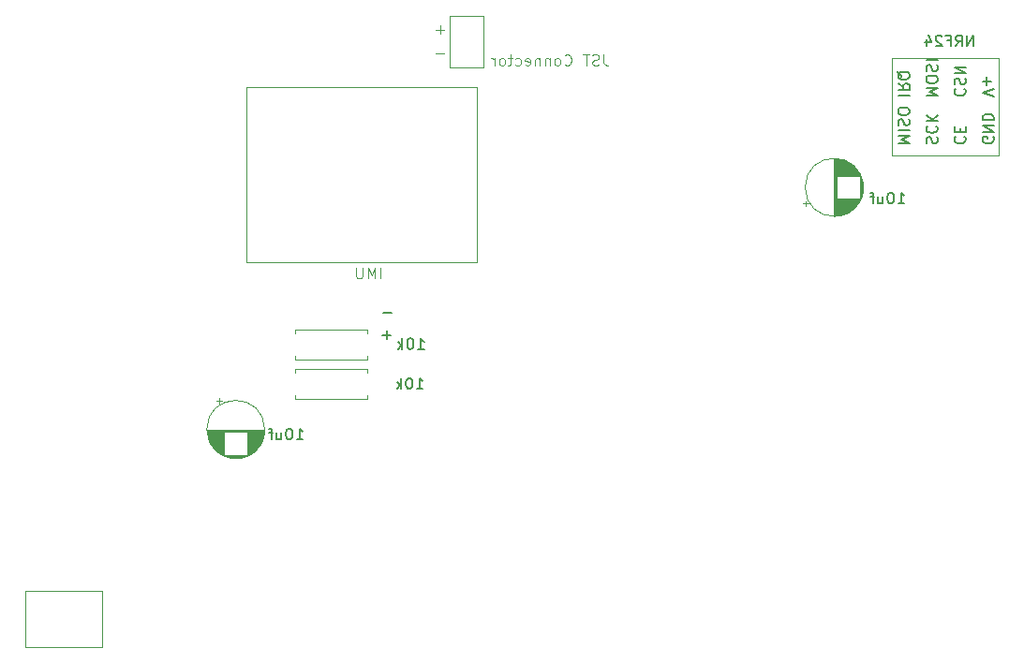
<source format=gbr>
%TF.GenerationSoftware,KiCad,Pcbnew,8.0.6*%
%TF.CreationDate,2024-11-18T15:04:43+07:00*%
%TF.ProjectId,RC-Transmitter,52432d54-7261-46e7-936d-69747465722e,V1.02*%
%TF.SameCoordinates,Original*%
%TF.FileFunction,Legend,Bot*%
%TF.FilePolarity,Positive*%
%FSLAX46Y46*%
G04 Gerber Fmt 4.6, Leading zero omitted, Abs format (unit mm)*
G04 Created by KiCad (PCBNEW 8.0.6) date 2024-11-18 15:04:43*
%MOMM*%
%LPD*%
G01*
G04 APERTURE LIST*
%ADD10C,0.150000*%
%ADD11C,0.100000*%
%ADD12C,0.120000*%
G04 APERTURE END LIST*
D10*
X142822524Y-113439890D02*
X143584429Y-113439890D01*
X143203476Y-113820843D02*
X143203476Y-113058938D01*
X142840078Y-111438816D02*
X143601983Y-111438816D01*
X135040571Y-122882819D02*
X135611999Y-122882819D01*
X135326285Y-122882819D02*
X135326285Y-121882819D01*
X135326285Y-121882819D02*
X135421523Y-122025676D01*
X135421523Y-122025676D02*
X135516761Y-122120914D01*
X135516761Y-122120914D02*
X135611999Y-122168533D01*
X134421523Y-121882819D02*
X134326285Y-121882819D01*
X134326285Y-121882819D02*
X134231047Y-121930438D01*
X134231047Y-121930438D02*
X134183428Y-121978057D01*
X134183428Y-121978057D02*
X134135809Y-122073295D01*
X134135809Y-122073295D02*
X134088190Y-122263771D01*
X134088190Y-122263771D02*
X134088190Y-122501866D01*
X134088190Y-122501866D02*
X134135809Y-122692342D01*
X134135809Y-122692342D02*
X134183428Y-122787580D01*
X134183428Y-122787580D02*
X134231047Y-122835200D01*
X134231047Y-122835200D02*
X134326285Y-122882819D01*
X134326285Y-122882819D02*
X134421523Y-122882819D01*
X134421523Y-122882819D02*
X134516761Y-122835200D01*
X134516761Y-122835200D02*
X134564380Y-122787580D01*
X134564380Y-122787580D02*
X134611999Y-122692342D01*
X134611999Y-122692342D02*
X134659618Y-122501866D01*
X134659618Y-122501866D02*
X134659618Y-122263771D01*
X134659618Y-122263771D02*
X134611999Y-122073295D01*
X134611999Y-122073295D02*
X134564380Y-121978057D01*
X134564380Y-121978057D02*
X134516761Y-121930438D01*
X134516761Y-121930438D02*
X134421523Y-121882819D01*
X133231047Y-122216152D02*
X133231047Y-122882819D01*
X133659618Y-122216152D02*
X133659618Y-122739961D01*
X133659618Y-122739961D02*
X133611999Y-122835200D01*
X133611999Y-122835200D02*
X133516761Y-122882819D01*
X133516761Y-122882819D02*
X133373904Y-122882819D01*
X133373904Y-122882819D02*
X133278666Y-122835200D01*
X133278666Y-122835200D02*
X133231047Y-122787580D01*
X132897713Y-122216152D02*
X132516761Y-122216152D01*
X132754856Y-122882819D02*
X132754856Y-122025676D01*
X132754856Y-122025676D02*
X132707237Y-121930438D01*
X132707237Y-121930438D02*
X132611999Y-121882819D01*
X132611999Y-121882819D02*
X132516761Y-121882819D01*
D11*
X162776460Y-88057409D02*
X162776460Y-88771694D01*
X162776460Y-88771694D02*
X162824079Y-88914551D01*
X162824079Y-88914551D02*
X162919317Y-89009790D01*
X162919317Y-89009790D02*
X163062174Y-89057409D01*
X163062174Y-89057409D02*
X163157412Y-89057409D01*
X162347888Y-89009790D02*
X162205031Y-89057409D01*
X162205031Y-89057409D02*
X161966936Y-89057409D01*
X161966936Y-89057409D02*
X161871698Y-89009790D01*
X161871698Y-89009790D02*
X161824079Y-88962170D01*
X161824079Y-88962170D02*
X161776460Y-88866932D01*
X161776460Y-88866932D02*
X161776460Y-88771694D01*
X161776460Y-88771694D02*
X161824079Y-88676456D01*
X161824079Y-88676456D02*
X161871698Y-88628837D01*
X161871698Y-88628837D02*
X161966936Y-88581218D01*
X161966936Y-88581218D02*
X162157412Y-88533599D01*
X162157412Y-88533599D02*
X162252650Y-88485980D01*
X162252650Y-88485980D02*
X162300269Y-88438361D01*
X162300269Y-88438361D02*
X162347888Y-88343123D01*
X162347888Y-88343123D02*
X162347888Y-88247885D01*
X162347888Y-88247885D02*
X162300269Y-88152647D01*
X162300269Y-88152647D02*
X162252650Y-88105028D01*
X162252650Y-88105028D02*
X162157412Y-88057409D01*
X162157412Y-88057409D02*
X161919317Y-88057409D01*
X161919317Y-88057409D02*
X161776460Y-88105028D01*
X161490745Y-88057409D02*
X160919317Y-88057409D01*
X161205031Y-89057409D02*
X161205031Y-88057409D01*
X159252650Y-88962170D02*
X159300269Y-89009790D01*
X159300269Y-89009790D02*
X159443126Y-89057409D01*
X159443126Y-89057409D02*
X159538364Y-89057409D01*
X159538364Y-89057409D02*
X159681221Y-89009790D01*
X159681221Y-89009790D02*
X159776459Y-88914551D01*
X159776459Y-88914551D02*
X159824078Y-88819313D01*
X159824078Y-88819313D02*
X159871697Y-88628837D01*
X159871697Y-88628837D02*
X159871697Y-88485980D01*
X159871697Y-88485980D02*
X159824078Y-88295504D01*
X159824078Y-88295504D02*
X159776459Y-88200266D01*
X159776459Y-88200266D02*
X159681221Y-88105028D01*
X159681221Y-88105028D02*
X159538364Y-88057409D01*
X159538364Y-88057409D02*
X159443126Y-88057409D01*
X159443126Y-88057409D02*
X159300269Y-88105028D01*
X159300269Y-88105028D02*
X159252650Y-88152647D01*
X158681221Y-89057409D02*
X158776459Y-89009790D01*
X158776459Y-89009790D02*
X158824078Y-88962170D01*
X158824078Y-88962170D02*
X158871697Y-88866932D01*
X158871697Y-88866932D02*
X158871697Y-88581218D01*
X158871697Y-88581218D02*
X158824078Y-88485980D01*
X158824078Y-88485980D02*
X158776459Y-88438361D01*
X158776459Y-88438361D02*
X158681221Y-88390742D01*
X158681221Y-88390742D02*
X158538364Y-88390742D01*
X158538364Y-88390742D02*
X158443126Y-88438361D01*
X158443126Y-88438361D02*
X158395507Y-88485980D01*
X158395507Y-88485980D02*
X158347888Y-88581218D01*
X158347888Y-88581218D02*
X158347888Y-88866932D01*
X158347888Y-88866932D02*
X158395507Y-88962170D01*
X158395507Y-88962170D02*
X158443126Y-89009790D01*
X158443126Y-89009790D02*
X158538364Y-89057409D01*
X158538364Y-89057409D02*
X158681221Y-89057409D01*
X157919316Y-88390742D02*
X157919316Y-89057409D01*
X157919316Y-88485980D02*
X157871697Y-88438361D01*
X157871697Y-88438361D02*
X157776459Y-88390742D01*
X157776459Y-88390742D02*
X157633602Y-88390742D01*
X157633602Y-88390742D02*
X157538364Y-88438361D01*
X157538364Y-88438361D02*
X157490745Y-88533599D01*
X157490745Y-88533599D02*
X157490745Y-89057409D01*
X157014554Y-88390742D02*
X157014554Y-89057409D01*
X157014554Y-88485980D02*
X156966935Y-88438361D01*
X156966935Y-88438361D02*
X156871697Y-88390742D01*
X156871697Y-88390742D02*
X156728840Y-88390742D01*
X156728840Y-88390742D02*
X156633602Y-88438361D01*
X156633602Y-88438361D02*
X156585983Y-88533599D01*
X156585983Y-88533599D02*
X156585983Y-89057409D01*
X155728840Y-89009790D02*
X155824078Y-89057409D01*
X155824078Y-89057409D02*
X156014554Y-89057409D01*
X156014554Y-89057409D02*
X156109792Y-89009790D01*
X156109792Y-89009790D02*
X156157411Y-88914551D01*
X156157411Y-88914551D02*
X156157411Y-88533599D01*
X156157411Y-88533599D02*
X156109792Y-88438361D01*
X156109792Y-88438361D02*
X156014554Y-88390742D01*
X156014554Y-88390742D02*
X155824078Y-88390742D01*
X155824078Y-88390742D02*
X155728840Y-88438361D01*
X155728840Y-88438361D02*
X155681221Y-88533599D01*
X155681221Y-88533599D02*
X155681221Y-88628837D01*
X155681221Y-88628837D02*
X156157411Y-88724075D01*
X154824078Y-89009790D02*
X154919316Y-89057409D01*
X154919316Y-89057409D02*
X155109792Y-89057409D01*
X155109792Y-89057409D02*
X155205030Y-89009790D01*
X155205030Y-89009790D02*
X155252649Y-88962170D01*
X155252649Y-88962170D02*
X155300268Y-88866932D01*
X155300268Y-88866932D02*
X155300268Y-88581218D01*
X155300268Y-88581218D02*
X155252649Y-88485980D01*
X155252649Y-88485980D02*
X155205030Y-88438361D01*
X155205030Y-88438361D02*
X155109792Y-88390742D01*
X155109792Y-88390742D02*
X154919316Y-88390742D01*
X154919316Y-88390742D02*
X154824078Y-88438361D01*
X154538363Y-88390742D02*
X154157411Y-88390742D01*
X154395506Y-88057409D02*
X154395506Y-88914551D01*
X154395506Y-88914551D02*
X154347887Y-89009790D01*
X154347887Y-89009790D02*
X154252649Y-89057409D01*
X154252649Y-89057409D02*
X154157411Y-89057409D01*
X153681220Y-89057409D02*
X153776458Y-89009790D01*
X153776458Y-89009790D02*
X153824077Y-88962170D01*
X153824077Y-88962170D02*
X153871696Y-88866932D01*
X153871696Y-88866932D02*
X153871696Y-88581218D01*
X153871696Y-88581218D02*
X153824077Y-88485980D01*
X153824077Y-88485980D02*
X153776458Y-88438361D01*
X153776458Y-88438361D02*
X153681220Y-88390742D01*
X153681220Y-88390742D02*
X153538363Y-88390742D01*
X153538363Y-88390742D02*
X153443125Y-88438361D01*
X153443125Y-88438361D02*
X153395506Y-88485980D01*
X153395506Y-88485980D02*
X153347887Y-88581218D01*
X153347887Y-88581218D02*
X153347887Y-88866932D01*
X153347887Y-88866932D02*
X153395506Y-88962170D01*
X153395506Y-88962170D02*
X153443125Y-89009790D01*
X153443125Y-89009790D02*
X153538363Y-89057409D01*
X153538363Y-89057409D02*
X153681220Y-89057409D01*
X152919315Y-89057409D02*
X152919315Y-88390742D01*
X152919315Y-88581218D02*
X152871696Y-88485980D01*
X152871696Y-88485980D02*
X152824077Y-88438361D01*
X152824077Y-88438361D02*
X152728839Y-88390742D01*
X152728839Y-88390742D02*
X152633601Y-88390742D01*
X148409886Y-87926633D02*
X147647982Y-87926633D01*
X148409886Y-85820049D02*
X147647982Y-85820049D01*
X148028934Y-86201002D02*
X148028934Y-85439097D01*
X142616460Y-108326981D02*
X142616460Y-107326981D01*
X142140270Y-108326981D02*
X142140270Y-107326981D01*
X142140270Y-107326981D02*
X141806937Y-108041266D01*
X141806937Y-108041266D02*
X141473604Y-107326981D01*
X141473604Y-107326981D02*
X141473604Y-108326981D01*
X140997413Y-107326981D02*
X140997413Y-108136504D01*
X140997413Y-108136504D02*
X140949794Y-108231742D01*
X140949794Y-108231742D02*
X140902175Y-108279362D01*
X140902175Y-108279362D02*
X140806937Y-108326981D01*
X140806937Y-108326981D02*
X140616461Y-108326981D01*
X140616461Y-108326981D02*
X140521223Y-108279362D01*
X140521223Y-108279362D02*
X140473604Y-108231742D01*
X140473604Y-108231742D02*
X140425985Y-108136504D01*
X140425985Y-108136504D02*
X140425985Y-107326981D01*
D10*
X145883238Y-118310819D02*
X146454666Y-118310819D01*
X146168952Y-118310819D02*
X146168952Y-117310819D01*
X146168952Y-117310819D02*
X146264190Y-117453676D01*
X146264190Y-117453676D02*
X146359428Y-117548914D01*
X146359428Y-117548914D02*
X146454666Y-117596533D01*
X145264190Y-117310819D02*
X145168952Y-117310819D01*
X145168952Y-117310819D02*
X145073714Y-117358438D01*
X145073714Y-117358438D02*
X145026095Y-117406057D01*
X145026095Y-117406057D02*
X144978476Y-117501295D01*
X144978476Y-117501295D02*
X144930857Y-117691771D01*
X144930857Y-117691771D02*
X144930857Y-117929866D01*
X144930857Y-117929866D02*
X144978476Y-118120342D01*
X144978476Y-118120342D02*
X145026095Y-118215580D01*
X145026095Y-118215580D02*
X145073714Y-118263200D01*
X145073714Y-118263200D02*
X145168952Y-118310819D01*
X145168952Y-118310819D02*
X145264190Y-118310819D01*
X145264190Y-118310819D02*
X145359428Y-118263200D01*
X145359428Y-118263200D02*
X145407047Y-118215580D01*
X145407047Y-118215580D02*
X145454666Y-118120342D01*
X145454666Y-118120342D02*
X145502285Y-117929866D01*
X145502285Y-117929866D02*
X145502285Y-117691771D01*
X145502285Y-117691771D02*
X145454666Y-117501295D01*
X145454666Y-117501295D02*
X145407047Y-117406057D01*
X145407047Y-117406057D02*
X145359428Y-117358438D01*
X145359428Y-117358438D02*
X145264190Y-117310819D01*
X144502285Y-118310819D02*
X144502285Y-117310819D01*
X144407047Y-117929866D02*
X144121333Y-118310819D01*
X144121333Y-117644152D02*
X144502285Y-118025104D01*
X189396571Y-101546819D02*
X189967999Y-101546819D01*
X189682285Y-101546819D02*
X189682285Y-100546819D01*
X189682285Y-100546819D02*
X189777523Y-100689676D01*
X189777523Y-100689676D02*
X189872761Y-100784914D01*
X189872761Y-100784914D02*
X189967999Y-100832533D01*
X188777523Y-100546819D02*
X188682285Y-100546819D01*
X188682285Y-100546819D02*
X188587047Y-100594438D01*
X188587047Y-100594438D02*
X188539428Y-100642057D01*
X188539428Y-100642057D02*
X188491809Y-100737295D01*
X188491809Y-100737295D02*
X188444190Y-100927771D01*
X188444190Y-100927771D02*
X188444190Y-101165866D01*
X188444190Y-101165866D02*
X188491809Y-101356342D01*
X188491809Y-101356342D02*
X188539428Y-101451580D01*
X188539428Y-101451580D02*
X188587047Y-101499200D01*
X188587047Y-101499200D02*
X188682285Y-101546819D01*
X188682285Y-101546819D02*
X188777523Y-101546819D01*
X188777523Y-101546819D02*
X188872761Y-101499200D01*
X188872761Y-101499200D02*
X188920380Y-101451580D01*
X188920380Y-101451580D02*
X188967999Y-101356342D01*
X188967999Y-101356342D02*
X189015618Y-101165866D01*
X189015618Y-101165866D02*
X189015618Y-100927771D01*
X189015618Y-100927771D02*
X188967999Y-100737295D01*
X188967999Y-100737295D02*
X188920380Y-100642057D01*
X188920380Y-100642057D02*
X188872761Y-100594438D01*
X188872761Y-100594438D02*
X188777523Y-100546819D01*
X187587047Y-100880152D02*
X187587047Y-101546819D01*
X188015618Y-100880152D02*
X188015618Y-101403961D01*
X188015618Y-101403961D02*
X187967999Y-101499200D01*
X187967999Y-101499200D02*
X187872761Y-101546819D01*
X187872761Y-101546819D02*
X187729904Y-101546819D01*
X187729904Y-101546819D02*
X187634666Y-101499200D01*
X187634666Y-101499200D02*
X187587047Y-101451580D01*
X187253713Y-100880152D02*
X186872761Y-100880152D01*
X187110856Y-101546819D02*
X187110856Y-100689676D01*
X187110856Y-100689676D02*
X187063237Y-100594438D01*
X187063237Y-100594438D02*
X186967999Y-100546819D01*
X186967999Y-100546819D02*
X186872761Y-100546819D01*
X196222666Y-87322819D02*
X196222666Y-86322819D01*
X196222666Y-86322819D02*
X195651238Y-87322819D01*
X195651238Y-87322819D02*
X195651238Y-86322819D01*
X194603619Y-87322819D02*
X194936952Y-86846628D01*
X195175047Y-87322819D02*
X195175047Y-86322819D01*
X195175047Y-86322819D02*
X194794095Y-86322819D01*
X194794095Y-86322819D02*
X194698857Y-86370438D01*
X194698857Y-86370438D02*
X194651238Y-86418057D01*
X194651238Y-86418057D02*
X194603619Y-86513295D01*
X194603619Y-86513295D02*
X194603619Y-86656152D01*
X194603619Y-86656152D02*
X194651238Y-86751390D01*
X194651238Y-86751390D02*
X194698857Y-86799009D01*
X194698857Y-86799009D02*
X194794095Y-86846628D01*
X194794095Y-86846628D02*
X195175047Y-86846628D01*
X193841714Y-86799009D02*
X194175047Y-86799009D01*
X194175047Y-87322819D02*
X194175047Y-86322819D01*
X194175047Y-86322819D02*
X193698857Y-86322819D01*
X193365523Y-86418057D02*
X193317904Y-86370438D01*
X193317904Y-86370438D02*
X193222666Y-86322819D01*
X193222666Y-86322819D02*
X192984571Y-86322819D01*
X192984571Y-86322819D02*
X192889333Y-86370438D01*
X192889333Y-86370438D02*
X192841714Y-86418057D01*
X192841714Y-86418057D02*
X192794095Y-86513295D01*
X192794095Y-86513295D02*
X192794095Y-86608533D01*
X192794095Y-86608533D02*
X192841714Y-86751390D01*
X192841714Y-86751390D02*
X193413142Y-87322819D01*
X193413142Y-87322819D02*
X192794095Y-87322819D01*
X191936952Y-86656152D02*
X191936952Y-87322819D01*
X192175047Y-86275200D02*
X192413142Y-86989485D01*
X192413142Y-86989485D02*
X191794095Y-86989485D01*
X191997800Y-96103839D02*
X191950180Y-95960982D01*
X191950180Y-95960982D02*
X191950180Y-95722887D01*
X191950180Y-95722887D02*
X191997800Y-95627649D01*
X191997800Y-95627649D02*
X192045419Y-95580030D01*
X192045419Y-95580030D02*
X192140657Y-95532411D01*
X192140657Y-95532411D02*
X192235895Y-95532411D01*
X192235895Y-95532411D02*
X192331133Y-95580030D01*
X192331133Y-95580030D02*
X192378752Y-95627649D01*
X192378752Y-95627649D02*
X192426371Y-95722887D01*
X192426371Y-95722887D02*
X192473990Y-95913363D01*
X192473990Y-95913363D02*
X192521609Y-96008601D01*
X192521609Y-96008601D02*
X192569228Y-96056220D01*
X192569228Y-96056220D02*
X192664466Y-96103839D01*
X192664466Y-96103839D02*
X192759704Y-96103839D01*
X192759704Y-96103839D02*
X192854942Y-96056220D01*
X192854942Y-96056220D02*
X192902561Y-96008601D01*
X192902561Y-96008601D02*
X192950180Y-95913363D01*
X192950180Y-95913363D02*
X192950180Y-95675268D01*
X192950180Y-95675268D02*
X192902561Y-95532411D01*
X192045419Y-94532411D02*
X191997800Y-94580030D01*
X191997800Y-94580030D02*
X191950180Y-94722887D01*
X191950180Y-94722887D02*
X191950180Y-94818125D01*
X191950180Y-94818125D02*
X191997800Y-94960982D01*
X191997800Y-94960982D02*
X192093038Y-95056220D01*
X192093038Y-95056220D02*
X192188276Y-95103839D01*
X192188276Y-95103839D02*
X192378752Y-95151458D01*
X192378752Y-95151458D02*
X192521609Y-95151458D01*
X192521609Y-95151458D02*
X192712085Y-95103839D01*
X192712085Y-95103839D02*
X192807323Y-95056220D01*
X192807323Y-95056220D02*
X192902561Y-94960982D01*
X192902561Y-94960982D02*
X192950180Y-94818125D01*
X192950180Y-94818125D02*
X192950180Y-94722887D01*
X192950180Y-94722887D02*
X192902561Y-94580030D01*
X192902561Y-94580030D02*
X192854942Y-94532411D01*
X191950180Y-94103839D02*
X192950180Y-94103839D01*
X191950180Y-93532411D02*
X192521609Y-93960982D01*
X192950180Y-93532411D02*
X192378752Y-94103839D01*
X194585419Y-91166792D02*
X194537800Y-91214411D01*
X194537800Y-91214411D02*
X194490180Y-91357268D01*
X194490180Y-91357268D02*
X194490180Y-91452506D01*
X194490180Y-91452506D02*
X194537800Y-91595363D01*
X194537800Y-91595363D02*
X194633038Y-91690601D01*
X194633038Y-91690601D02*
X194728276Y-91738220D01*
X194728276Y-91738220D02*
X194918752Y-91785839D01*
X194918752Y-91785839D02*
X195061609Y-91785839D01*
X195061609Y-91785839D02*
X195252085Y-91738220D01*
X195252085Y-91738220D02*
X195347323Y-91690601D01*
X195347323Y-91690601D02*
X195442561Y-91595363D01*
X195442561Y-91595363D02*
X195490180Y-91452506D01*
X195490180Y-91452506D02*
X195490180Y-91357268D01*
X195490180Y-91357268D02*
X195442561Y-91214411D01*
X195442561Y-91214411D02*
X195394942Y-91166792D01*
X194537800Y-90785839D02*
X194490180Y-90642982D01*
X194490180Y-90642982D02*
X194490180Y-90404887D01*
X194490180Y-90404887D02*
X194537800Y-90309649D01*
X194537800Y-90309649D02*
X194585419Y-90262030D01*
X194585419Y-90262030D02*
X194680657Y-90214411D01*
X194680657Y-90214411D02*
X194775895Y-90214411D01*
X194775895Y-90214411D02*
X194871133Y-90262030D01*
X194871133Y-90262030D02*
X194918752Y-90309649D01*
X194918752Y-90309649D02*
X194966371Y-90404887D01*
X194966371Y-90404887D02*
X195013990Y-90595363D01*
X195013990Y-90595363D02*
X195061609Y-90690601D01*
X195061609Y-90690601D02*
X195109228Y-90738220D01*
X195109228Y-90738220D02*
X195204466Y-90785839D01*
X195204466Y-90785839D02*
X195299704Y-90785839D01*
X195299704Y-90785839D02*
X195394942Y-90738220D01*
X195394942Y-90738220D02*
X195442561Y-90690601D01*
X195442561Y-90690601D02*
X195490180Y-90595363D01*
X195490180Y-90595363D02*
X195490180Y-90357268D01*
X195490180Y-90357268D02*
X195442561Y-90214411D01*
X194490180Y-89785839D02*
X195490180Y-89785839D01*
X195490180Y-89785839D02*
X194490180Y-89214411D01*
X194490180Y-89214411D02*
X195490180Y-89214411D01*
X191950180Y-91738220D02*
X192950180Y-91738220D01*
X192950180Y-91738220D02*
X192235895Y-91404887D01*
X192235895Y-91404887D02*
X192950180Y-91071554D01*
X192950180Y-91071554D02*
X191950180Y-91071554D01*
X192950180Y-90404887D02*
X192950180Y-90214411D01*
X192950180Y-90214411D02*
X192902561Y-90119173D01*
X192902561Y-90119173D02*
X192807323Y-90023935D01*
X192807323Y-90023935D02*
X192616847Y-89976316D01*
X192616847Y-89976316D02*
X192283514Y-89976316D01*
X192283514Y-89976316D02*
X192093038Y-90023935D01*
X192093038Y-90023935D02*
X191997800Y-90119173D01*
X191997800Y-90119173D02*
X191950180Y-90214411D01*
X191950180Y-90214411D02*
X191950180Y-90404887D01*
X191950180Y-90404887D02*
X191997800Y-90500125D01*
X191997800Y-90500125D02*
X192093038Y-90595363D01*
X192093038Y-90595363D02*
X192283514Y-90642982D01*
X192283514Y-90642982D02*
X192616847Y-90642982D01*
X192616847Y-90642982D02*
X192807323Y-90595363D01*
X192807323Y-90595363D02*
X192902561Y-90500125D01*
X192902561Y-90500125D02*
X192950180Y-90404887D01*
X191997800Y-89595363D02*
X191950180Y-89452506D01*
X191950180Y-89452506D02*
X191950180Y-89214411D01*
X191950180Y-89214411D02*
X191997800Y-89119173D01*
X191997800Y-89119173D02*
X192045419Y-89071554D01*
X192045419Y-89071554D02*
X192140657Y-89023935D01*
X192140657Y-89023935D02*
X192235895Y-89023935D01*
X192235895Y-89023935D02*
X192331133Y-89071554D01*
X192331133Y-89071554D02*
X192378752Y-89119173D01*
X192378752Y-89119173D02*
X192426371Y-89214411D01*
X192426371Y-89214411D02*
X192473990Y-89404887D01*
X192473990Y-89404887D02*
X192521609Y-89500125D01*
X192521609Y-89500125D02*
X192569228Y-89547744D01*
X192569228Y-89547744D02*
X192664466Y-89595363D01*
X192664466Y-89595363D02*
X192759704Y-89595363D01*
X192759704Y-89595363D02*
X192854942Y-89547744D01*
X192854942Y-89547744D02*
X192902561Y-89500125D01*
X192902561Y-89500125D02*
X192950180Y-89404887D01*
X192950180Y-89404887D02*
X192950180Y-89166792D01*
X192950180Y-89166792D02*
X192902561Y-89023935D01*
X191950180Y-88595363D02*
X192950180Y-88595363D01*
X197982561Y-95532411D02*
X198030180Y-95627649D01*
X198030180Y-95627649D02*
X198030180Y-95770506D01*
X198030180Y-95770506D02*
X197982561Y-95913363D01*
X197982561Y-95913363D02*
X197887323Y-96008601D01*
X197887323Y-96008601D02*
X197792085Y-96056220D01*
X197792085Y-96056220D02*
X197601609Y-96103839D01*
X197601609Y-96103839D02*
X197458752Y-96103839D01*
X197458752Y-96103839D02*
X197268276Y-96056220D01*
X197268276Y-96056220D02*
X197173038Y-96008601D01*
X197173038Y-96008601D02*
X197077800Y-95913363D01*
X197077800Y-95913363D02*
X197030180Y-95770506D01*
X197030180Y-95770506D02*
X197030180Y-95675268D01*
X197030180Y-95675268D02*
X197077800Y-95532411D01*
X197077800Y-95532411D02*
X197125419Y-95484792D01*
X197125419Y-95484792D02*
X197458752Y-95484792D01*
X197458752Y-95484792D02*
X197458752Y-95675268D01*
X197030180Y-95056220D02*
X198030180Y-95056220D01*
X198030180Y-95056220D02*
X197030180Y-94484792D01*
X197030180Y-94484792D02*
X198030180Y-94484792D01*
X197030180Y-94008601D02*
X198030180Y-94008601D01*
X198030180Y-94008601D02*
X198030180Y-93770506D01*
X198030180Y-93770506D02*
X197982561Y-93627649D01*
X197982561Y-93627649D02*
X197887323Y-93532411D01*
X197887323Y-93532411D02*
X197792085Y-93484792D01*
X197792085Y-93484792D02*
X197601609Y-93437173D01*
X197601609Y-93437173D02*
X197458752Y-93437173D01*
X197458752Y-93437173D02*
X197268276Y-93484792D01*
X197268276Y-93484792D02*
X197173038Y-93532411D01*
X197173038Y-93532411D02*
X197077800Y-93627649D01*
X197077800Y-93627649D02*
X197030180Y-93770506D01*
X197030180Y-93770506D02*
X197030180Y-94008601D01*
X194585419Y-95484792D02*
X194537800Y-95532411D01*
X194537800Y-95532411D02*
X194490180Y-95675268D01*
X194490180Y-95675268D02*
X194490180Y-95770506D01*
X194490180Y-95770506D02*
X194537800Y-95913363D01*
X194537800Y-95913363D02*
X194633038Y-96008601D01*
X194633038Y-96008601D02*
X194728276Y-96056220D01*
X194728276Y-96056220D02*
X194918752Y-96103839D01*
X194918752Y-96103839D02*
X195061609Y-96103839D01*
X195061609Y-96103839D02*
X195252085Y-96056220D01*
X195252085Y-96056220D02*
X195347323Y-96008601D01*
X195347323Y-96008601D02*
X195442561Y-95913363D01*
X195442561Y-95913363D02*
X195490180Y-95770506D01*
X195490180Y-95770506D02*
X195490180Y-95675268D01*
X195490180Y-95675268D02*
X195442561Y-95532411D01*
X195442561Y-95532411D02*
X195394942Y-95484792D01*
X195013990Y-95056220D02*
X195013990Y-94722887D01*
X194490180Y-94580030D02*
X194490180Y-95056220D01*
X194490180Y-95056220D02*
X195490180Y-95056220D01*
X195490180Y-95056220D02*
X195490180Y-94580030D01*
X198030180Y-91881077D02*
X197030180Y-91547744D01*
X197030180Y-91547744D02*
X198030180Y-91214411D01*
X197411133Y-90881077D02*
X197411133Y-90119173D01*
X197030180Y-90500125D02*
X197792085Y-90500125D01*
X189410180Y-96056220D02*
X190410180Y-96056220D01*
X190410180Y-96056220D02*
X189695895Y-95722887D01*
X189695895Y-95722887D02*
X190410180Y-95389554D01*
X190410180Y-95389554D02*
X189410180Y-95389554D01*
X189410180Y-94913363D02*
X190410180Y-94913363D01*
X189457800Y-94484792D02*
X189410180Y-94341935D01*
X189410180Y-94341935D02*
X189410180Y-94103840D01*
X189410180Y-94103840D02*
X189457800Y-94008602D01*
X189457800Y-94008602D02*
X189505419Y-93960983D01*
X189505419Y-93960983D02*
X189600657Y-93913364D01*
X189600657Y-93913364D02*
X189695895Y-93913364D01*
X189695895Y-93913364D02*
X189791133Y-93960983D01*
X189791133Y-93960983D02*
X189838752Y-94008602D01*
X189838752Y-94008602D02*
X189886371Y-94103840D01*
X189886371Y-94103840D02*
X189933990Y-94294316D01*
X189933990Y-94294316D02*
X189981609Y-94389554D01*
X189981609Y-94389554D02*
X190029228Y-94437173D01*
X190029228Y-94437173D02*
X190124466Y-94484792D01*
X190124466Y-94484792D02*
X190219704Y-94484792D01*
X190219704Y-94484792D02*
X190314942Y-94437173D01*
X190314942Y-94437173D02*
X190362561Y-94389554D01*
X190362561Y-94389554D02*
X190410180Y-94294316D01*
X190410180Y-94294316D02*
X190410180Y-94056221D01*
X190410180Y-94056221D02*
X190362561Y-93913364D01*
X190410180Y-93294316D02*
X190410180Y-93103840D01*
X190410180Y-93103840D02*
X190362561Y-93008602D01*
X190362561Y-93008602D02*
X190267323Y-92913364D01*
X190267323Y-92913364D02*
X190076847Y-92865745D01*
X190076847Y-92865745D02*
X189743514Y-92865745D01*
X189743514Y-92865745D02*
X189553038Y-92913364D01*
X189553038Y-92913364D02*
X189457800Y-93008602D01*
X189457800Y-93008602D02*
X189410180Y-93103840D01*
X189410180Y-93103840D02*
X189410180Y-93294316D01*
X189410180Y-93294316D02*
X189457800Y-93389554D01*
X189457800Y-93389554D02*
X189553038Y-93484792D01*
X189553038Y-93484792D02*
X189743514Y-93532411D01*
X189743514Y-93532411D02*
X190076847Y-93532411D01*
X190076847Y-93532411D02*
X190267323Y-93484792D01*
X190267323Y-93484792D02*
X190362561Y-93389554D01*
X190362561Y-93389554D02*
X190410180Y-93294316D01*
X189410180Y-91738220D02*
X190410180Y-91738220D01*
X189410180Y-90690602D02*
X189886371Y-91023935D01*
X189410180Y-91262030D02*
X190410180Y-91262030D01*
X190410180Y-91262030D02*
X190410180Y-90881078D01*
X190410180Y-90881078D02*
X190362561Y-90785840D01*
X190362561Y-90785840D02*
X190314942Y-90738221D01*
X190314942Y-90738221D02*
X190219704Y-90690602D01*
X190219704Y-90690602D02*
X190076847Y-90690602D01*
X190076847Y-90690602D02*
X189981609Y-90738221D01*
X189981609Y-90738221D02*
X189933990Y-90785840D01*
X189933990Y-90785840D02*
X189886371Y-90881078D01*
X189886371Y-90881078D02*
X189886371Y-91262030D01*
X189314942Y-89595364D02*
X189362561Y-89690602D01*
X189362561Y-89690602D02*
X189457800Y-89785840D01*
X189457800Y-89785840D02*
X189600657Y-89928697D01*
X189600657Y-89928697D02*
X189648276Y-90023935D01*
X189648276Y-90023935D02*
X189648276Y-90119173D01*
X189410180Y-90071554D02*
X189457800Y-90166792D01*
X189457800Y-90166792D02*
X189553038Y-90262030D01*
X189553038Y-90262030D02*
X189743514Y-90309649D01*
X189743514Y-90309649D02*
X190076847Y-90309649D01*
X190076847Y-90309649D02*
X190267323Y-90262030D01*
X190267323Y-90262030D02*
X190362561Y-90166792D01*
X190362561Y-90166792D02*
X190410180Y-90071554D01*
X190410180Y-90071554D02*
X190410180Y-89881078D01*
X190410180Y-89881078D02*
X190362561Y-89785840D01*
X190362561Y-89785840D02*
X190267323Y-89690602D01*
X190267323Y-89690602D02*
X190076847Y-89642983D01*
X190076847Y-89642983D02*
X189743514Y-89642983D01*
X189743514Y-89642983D02*
X189553038Y-89690602D01*
X189553038Y-89690602D02*
X189457800Y-89785840D01*
X189457800Y-89785840D02*
X189410180Y-89881078D01*
X189410180Y-89881078D02*
X189410180Y-90071554D01*
X145979134Y-114724316D02*
X146550562Y-114724316D01*
X146264848Y-114724316D02*
X146264848Y-113724316D01*
X146264848Y-113724316D02*
X146360086Y-113867173D01*
X146360086Y-113867173D02*
X146455324Y-113962411D01*
X146455324Y-113962411D02*
X146550562Y-114010030D01*
X145360086Y-113724316D02*
X145264848Y-113724316D01*
X145264848Y-113724316D02*
X145169610Y-113771935D01*
X145169610Y-113771935D02*
X145121991Y-113819554D01*
X145121991Y-113819554D02*
X145074372Y-113914792D01*
X145074372Y-113914792D02*
X145026753Y-114105268D01*
X145026753Y-114105268D02*
X145026753Y-114343363D01*
X145026753Y-114343363D02*
X145074372Y-114533839D01*
X145074372Y-114533839D02*
X145121991Y-114629077D01*
X145121991Y-114629077D02*
X145169610Y-114676697D01*
X145169610Y-114676697D02*
X145264848Y-114724316D01*
X145264848Y-114724316D02*
X145360086Y-114724316D01*
X145360086Y-114724316D02*
X145455324Y-114676697D01*
X145455324Y-114676697D02*
X145502943Y-114629077D01*
X145502943Y-114629077D02*
X145550562Y-114533839D01*
X145550562Y-114533839D02*
X145598181Y-114343363D01*
X145598181Y-114343363D02*
X145598181Y-114105268D01*
X145598181Y-114105268D02*
X145550562Y-113914792D01*
X145550562Y-113914792D02*
X145502943Y-113819554D01*
X145502943Y-113819554D02*
X145455324Y-113771935D01*
X145455324Y-113771935D02*
X145360086Y-113724316D01*
X144598181Y-114724316D02*
X144598181Y-113724316D01*
X144502943Y-114343363D02*
X144217229Y-114724316D01*
X144217229Y-114057649D02*
X144598181Y-114438601D01*
D12*
%TO.C,C2*%
X126960000Y-121964888D02*
X132120000Y-121964888D01*
X126960000Y-122004888D02*
X132120000Y-122004888D01*
X126961000Y-122044888D02*
X132119000Y-122044888D01*
X126962000Y-122084888D02*
X132118000Y-122084888D01*
X126964000Y-122124888D02*
X132116000Y-122124888D01*
X126967000Y-122164888D02*
X132113000Y-122164888D01*
X126971000Y-122204888D02*
X128500000Y-122204888D01*
X126975000Y-122244888D02*
X128500000Y-122244888D01*
X126979000Y-122284888D02*
X128500000Y-122284888D01*
X126984000Y-122324888D02*
X128500000Y-122324888D01*
X126990000Y-122364888D02*
X128500000Y-122364888D01*
X126997000Y-122404888D02*
X128500000Y-122404888D01*
X127004000Y-122444888D02*
X128500000Y-122444888D01*
X127012000Y-122484888D02*
X128500000Y-122484888D01*
X127020000Y-122524888D02*
X128500000Y-122524888D01*
X127029000Y-122564888D02*
X128500000Y-122564888D01*
X127039000Y-122604888D02*
X128500000Y-122604888D01*
X127049000Y-122644888D02*
X128500000Y-122644888D01*
X127060000Y-122685888D02*
X128500000Y-122685888D01*
X127072000Y-122725888D02*
X128500000Y-122725888D01*
X127085000Y-122765888D02*
X128500000Y-122765888D01*
X127098000Y-122805888D02*
X128500000Y-122805888D01*
X127112000Y-122845888D02*
X128500000Y-122845888D01*
X127126000Y-122885888D02*
X128500000Y-122885888D01*
X127142000Y-122925888D02*
X128500000Y-122925888D01*
X127158000Y-122965888D02*
X128500000Y-122965888D01*
X127175000Y-123005888D02*
X128500000Y-123005888D01*
X127192000Y-123045888D02*
X128500000Y-123045888D01*
X127211000Y-123085888D02*
X128500000Y-123085888D01*
X127230000Y-123125888D02*
X128500000Y-123125888D01*
X127250000Y-123165888D02*
X128500000Y-123165888D01*
X127272000Y-123205888D02*
X128500000Y-123205888D01*
X127293000Y-123245888D02*
X128500000Y-123245888D01*
X127316000Y-123285888D02*
X128500000Y-123285888D01*
X127340000Y-123325888D02*
X128500000Y-123325888D01*
X127365000Y-123365888D02*
X128500000Y-123365888D01*
X127391000Y-123405888D02*
X128500000Y-123405888D01*
X127418000Y-123445888D02*
X128500000Y-123445888D01*
X127445000Y-123485888D02*
X128500000Y-123485888D01*
X127475000Y-123525888D02*
X128500000Y-123525888D01*
X127505000Y-123565888D02*
X128500000Y-123565888D01*
X127536000Y-123605888D02*
X128500000Y-123605888D01*
X127569000Y-123645888D02*
X128500000Y-123645888D01*
X127603000Y-123685888D02*
X128500000Y-123685888D01*
X127639000Y-123725888D02*
X128500000Y-123725888D01*
X127676000Y-123765888D02*
X128500000Y-123765888D01*
X127714000Y-123805888D02*
X128500000Y-123805888D01*
X127755000Y-123845888D02*
X128500000Y-123845888D01*
X127797000Y-123885888D02*
X128500000Y-123885888D01*
X127815000Y-119410113D02*
X128315000Y-119410113D01*
X127841000Y-123925888D02*
X128500000Y-123925888D01*
X127887000Y-123965888D02*
X128500000Y-123965888D01*
X127935000Y-124005888D02*
X128500000Y-124005888D01*
X127986000Y-124045888D02*
X128500000Y-124045888D01*
X128040000Y-124085888D02*
X128500000Y-124085888D01*
X128065000Y-119160113D02*
X128065000Y-119660113D01*
X128097000Y-124125888D02*
X128500000Y-124125888D01*
X128157000Y-124165888D02*
X128500000Y-124165888D01*
X128221000Y-124205888D02*
X128500000Y-124205888D01*
X128289000Y-124245888D02*
X128500000Y-124245888D01*
X128362000Y-124285888D02*
X130718000Y-124285888D01*
X128442000Y-124325888D02*
X130638000Y-124325888D01*
X128529000Y-124365888D02*
X130551000Y-124365888D01*
X128625000Y-124405888D02*
X130455000Y-124405888D01*
X128735000Y-124445888D02*
X130345000Y-124445888D01*
X128863000Y-124485888D02*
X130217000Y-124485888D01*
X129022000Y-124525888D02*
X130058000Y-124525888D01*
X129256000Y-124565888D02*
X129824000Y-124565888D01*
X130580000Y-122204888D02*
X132109000Y-122204888D01*
X130580000Y-122244888D02*
X132105000Y-122244888D01*
X130580000Y-122284888D02*
X132101000Y-122284888D01*
X130580000Y-122324888D02*
X132096000Y-122324888D01*
X130580000Y-122364888D02*
X132090000Y-122364888D01*
X130580000Y-122404888D02*
X132083000Y-122404888D01*
X130580000Y-122444888D02*
X132076000Y-122444888D01*
X130580000Y-122484888D02*
X132068000Y-122484888D01*
X130580000Y-122524888D02*
X132060000Y-122524888D01*
X130580000Y-122564888D02*
X132051000Y-122564888D01*
X130580000Y-122604888D02*
X132041000Y-122604888D01*
X130580000Y-122644888D02*
X132031000Y-122644888D01*
X130580000Y-122685888D02*
X132020000Y-122685888D01*
X130580000Y-122725888D02*
X132008000Y-122725888D01*
X130580000Y-122765888D02*
X131995000Y-122765888D01*
X130580000Y-122805888D02*
X131982000Y-122805888D01*
X130580000Y-122845888D02*
X131968000Y-122845888D01*
X130580000Y-122885888D02*
X131954000Y-122885888D01*
X130580000Y-122925888D02*
X131938000Y-122925888D01*
X130580000Y-122965888D02*
X131922000Y-122965888D01*
X130580000Y-123005888D02*
X131905000Y-123005888D01*
X130580000Y-123045888D02*
X131888000Y-123045888D01*
X130580000Y-123085888D02*
X131869000Y-123085888D01*
X130580000Y-123125888D02*
X131850000Y-123125888D01*
X130580000Y-123165888D02*
X131830000Y-123165888D01*
X130580000Y-123205888D02*
X131808000Y-123205888D01*
X130580000Y-123245888D02*
X131787000Y-123245888D01*
X130580000Y-123285888D02*
X131764000Y-123285888D01*
X130580000Y-123325888D02*
X131740000Y-123325888D01*
X130580000Y-123365888D02*
X131715000Y-123365888D01*
X130580000Y-123405888D02*
X131689000Y-123405888D01*
X130580000Y-123445888D02*
X131662000Y-123445888D01*
X130580000Y-123485888D02*
X131635000Y-123485888D01*
X130580000Y-123525888D02*
X131605000Y-123525888D01*
X130580000Y-123565888D02*
X131575000Y-123565888D01*
X130580000Y-123605888D02*
X131544000Y-123605888D01*
X130580000Y-123645888D02*
X131511000Y-123645888D01*
X130580000Y-123685888D02*
X131477000Y-123685888D01*
X130580000Y-123725888D02*
X131441000Y-123725888D01*
X130580000Y-123765888D02*
X131404000Y-123765888D01*
X130580000Y-123805888D02*
X131366000Y-123805888D01*
X130580000Y-123845888D02*
X131325000Y-123845888D01*
X130580000Y-123885888D02*
X131283000Y-123885888D01*
X130580000Y-123925888D02*
X131239000Y-123925888D01*
X130580000Y-123965888D02*
X131193000Y-123965888D01*
X130580000Y-124005888D02*
X131145000Y-124005888D01*
X130580000Y-124045888D02*
X131094000Y-124045888D01*
X130580000Y-124085888D02*
X131040000Y-124085888D01*
X130580000Y-124125888D02*
X130983000Y-124125888D01*
X130580000Y-124165888D02*
X130923000Y-124165888D01*
X130580000Y-124205888D02*
X130859000Y-124205888D01*
X130580000Y-124245888D02*
X130791000Y-124245888D01*
X132160000Y-121964888D02*
G75*
G02*
X126920000Y-121964888I-2620000J0D01*
G01*
X126920000Y-121964888D02*
G75*
G02*
X132160000Y-121964888I2620000J0D01*
G01*
%TO.C,JST Connector*%
D11*
X151892000Y-84582000D02*
X148911156Y-84582000D01*
X148911156Y-89237553D01*
X151892000Y-89237553D01*
X151892000Y-84582000D01*
%TO.C,IMU*%
X151313454Y-106832523D02*
X130513454Y-106832523D01*
X130513454Y-91032523D01*
X151313454Y-91032523D01*
X151313454Y-106832523D01*
D12*
%TO.C,R2*%
X134906000Y-116486000D02*
X134906000Y-116816000D01*
X134906000Y-119226000D02*
X134906000Y-118896000D01*
X141446000Y-116486000D02*
X134906000Y-116486000D01*
X141446000Y-116816000D02*
X141446000Y-116486000D01*
X141446000Y-118896000D02*
X141446000Y-119226000D01*
X141446000Y-119226000D02*
X134906000Y-119226000D01*
%TO.C,Mega Pro*%
D11*
X110490000Y-141605000D02*
X117475000Y-141605000D01*
X117475000Y-136525000D01*
X110490000Y-136525000D01*
X110490000Y-141605000D01*
D12*
%TO.C,C1*%
X180817225Y-101551000D02*
X181317225Y-101551000D01*
X181067225Y-101801000D02*
X181067225Y-101301000D01*
X183622000Y-102656000D02*
X183622000Y-97496000D01*
X183662000Y-102656000D02*
X183662000Y-97496000D01*
X183702000Y-102655000D02*
X183702000Y-97497000D01*
X183742000Y-102654000D02*
X183742000Y-97498000D01*
X183782000Y-102652000D02*
X183782000Y-97500000D01*
X183822000Y-102649000D02*
X183822000Y-97503000D01*
X183862000Y-99036000D02*
X183862000Y-97507000D01*
X183862000Y-102645000D02*
X183862000Y-101116000D01*
X183902000Y-99036000D02*
X183902000Y-97511000D01*
X183902000Y-102641000D02*
X183902000Y-101116000D01*
X183942000Y-99036000D02*
X183942000Y-97515000D01*
X183942000Y-102637000D02*
X183942000Y-101116000D01*
X183982000Y-99036000D02*
X183982000Y-97520000D01*
X183982000Y-102632000D02*
X183982000Y-101116000D01*
X184022000Y-99036000D02*
X184022000Y-97526000D01*
X184022000Y-102626000D02*
X184022000Y-101116000D01*
X184062000Y-99036000D02*
X184062000Y-97533000D01*
X184062000Y-102619000D02*
X184062000Y-101116000D01*
X184102000Y-99036000D02*
X184102000Y-97540000D01*
X184102000Y-102612000D02*
X184102000Y-101116000D01*
X184142000Y-99036000D02*
X184142000Y-97548000D01*
X184142000Y-102604000D02*
X184142000Y-101116000D01*
X184182000Y-99036000D02*
X184182000Y-97556000D01*
X184182000Y-102596000D02*
X184182000Y-101116000D01*
X184222000Y-99036000D02*
X184222000Y-97565000D01*
X184222000Y-102587000D02*
X184222000Y-101116000D01*
X184262000Y-99036000D02*
X184262000Y-97575000D01*
X184262000Y-102577000D02*
X184262000Y-101116000D01*
X184302000Y-99036000D02*
X184302000Y-97585000D01*
X184302000Y-102567000D02*
X184302000Y-101116000D01*
X184343000Y-99036000D02*
X184343000Y-97596000D01*
X184343000Y-102556000D02*
X184343000Y-101116000D01*
X184383000Y-99036000D02*
X184383000Y-97608000D01*
X184383000Y-102544000D02*
X184383000Y-101116000D01*
X184423000Y-99036000D02*
X184423000Y-97621000D01*
X184423000Y-102531000D02*
X184423000Y-101116000D01*
X184463000Y-99036000D02*
X184463000Y-97634000D01*
X184463000Y-102518000D02*
X184463000Y-101116000D01*
X184503000Y-99036000D02*
X184503000Y-97648000D01*
X184503000Y-102504000D02*
X184503000Y-101116000D01*
X184543000Y-99036000D02*
X184543000Y-97662000D01*
X184543000Y-102490000D02*
X184543000Y-101116000D01*
X184583000Y-99036000D02*
X184583000Y-97678000D01*
X184583000Y-102474000D02*
X184583000Y-101116000D01*
X184623000Y-99036000D02*
X184623000Y-97694000D01*
X184623000Y-102458000D02*
X184623000Y-101116000D01*
X184663000Y-99036000D02*
X184663000Y-97711000D01*
X184663000Y-102441000D02*
X184663000Y-101116000D01*
X184703000Y-99036000D02*
X184703000Y-97728000D01*
X184703000Y-102424000D02*
X184703000Y-101116000D01*
X184743000Y-99036000D02*
X184743000Y-97747000D01*
X184743000Y-102405000D02*
X184743000Y-101116000D01*
X184783000Y-99036000D02*
X184783000Y-97766000D01*
X184783000Y-102386000D02*
X184783000Y-101116000D01*
X184823000Y-99036000D02*
X184823000Y-97786000D01*
X184823000Y-102366000D02*
X184823000Y-101116000D01*
X184863000Y-99036000D02*
X184863000Y-97808000D01*
X184863000Y-102344000D02*
X184863000Y-101116000D01*
X184903000Y-99036000D02*
X184903000Y-97829000D01*
X184903000Y-102323000D02*
X184903000Y-101116000D01*
X184943000Y-99036000D02*
X184943000Y-97852000D01*
X184943000Y-102300000D02*
X184943000Y-101116000D01*
X184983000Y-99036000D02*
X184983000Y-97876000D01*
X184983000Y-102276000D02*
X184983000Y-101116000D01*
X185023000Y-99036000D02*
X185023000Y-97901000D01*
X185023000Y-102251000D02*
X185023000Y-101116000D01*
X185063000Y-99036000D02*
X185063000Y-97927000D01*
X185063000Y-102225000D02*
X185063000Y-101116000D01*
X185103000Y-99036000D02*
X185103000Y-97954000D01*
X185103000Y-102198000D02*
X185103000Y-101116000D01*
X185143000Y-99036000D02*
X185143000Y-97981000D01*
X185143000Y-102171000D02*
X185143000Y-101116000D01*
X185183000Y-99036000D02*
X185183000Y-98011000D01*
X185183000Y-102141000D02*
X185183000Y-101116000D01*
X185223000Y-99036000D02*
X185223000Y-98041000D01*
X185223000Y-102111000D02*
X185223000Y-101116000D01*
X185263000Y-99036000D02*
X185263000Y-98072000D01*
X185263000Y-102080000D02*
X185263000Y-101116000D01*
X185303000Y-99036000D02*
X185303000Y-98105000D01*
X185303000Y-102047000D02*
X185303000Y-101116000D01*
X185343000Y-99036000D02*
X185343000Y-98139000D01*
X185343000Y-102013000D02*
X185343000Y-101116000D01*
X185383000Y-99036000D02*
X185383000Y-98175000D01*
X185383000Y-101977000D02*
X185383000Y-101116000D01*
X185423000Y-99036000D02*
X185423000Y-98212000D01*
X185423000Y-101940000D02*
X185423000Y-101116000D01*
X185463000Y-99036000D02*
X185463000Y-98250000D01*
X185463000Y-101902000D02*
X185463000Y-101116000D01*
X185503000Y-99036000D02*
X185503000Y-98291000D01*
X185503000Y-101861000D02*
X185503000Y-101116000D01*
X185543000Y-99036000D02*
X185543000Y-98333000D01*
X185543000Y-101819000D02*
X185543000Y-101116000D01*
X185583000Y-99036000D02*
X185583000Y-98377000D01*
X185583000Y-101775000D02*
X185583000Y-101116000D01*
X185623000Y-99036000D02*
X185623000Y-98423000D01*
X185623000Y-101729000D02*
X185623000Y-101116000D01*
X185663000Y-99036000D02*
X185663000Y-98471000D01*
X185663000Y-101681000D02*
X185663000Y-101116000D01*
X185703000Y-99036000D02*
X185703000Y-98522000D01*
X185703000Y-101630000D02*
X185703000Y-101116000D01*
X185743000Y-99036000D02*
X185743000Y-98576000D01*
X185743000Y-101576000D02*
X185743000Y-101116000D01*
X185783000Y-99036000D02*
X185783000Y-98633000D01*
X185783000Y-101519000D02*
X185783000Y-101116000D01*
X185823000Y-99036000D02*
X185823000Y-98693000D01*
X185823000Y-101459000D02*
X185823000Y-101116000D01*
X185863000Y-99036000D02*
X185863000Y-98757000D01*
X185863000Y-101395000D02*
X185863000Y-101116000D01*
X185903000Y-99036000D02*
X185903000Y-98825000D01*
X185903000Y-101327000D02*
X185903000Y-101116000D01*
X185943000Y-101254000D02*
X185943000Y-98898000D01*
X185983000Y-101174000D02*
X185983000Y-98978000D01*
X186023000Y-101087000D02*
X186023000Y-99065000D01*
X186063000Y-100991000D02*
X186063000Y-99161000D01*
X186103000Y-100881000D02*
X186103000Y-99271000D01*
X186143000Y-100753000D02*
X186143000Y-99399000D01*
X186183000Y-100594000D02*
X186183000Y-99558000D01*
X186223000Y-100360000D02*
X186223000Y-99792000D01*
X186242000Y-100076000D02*
G75*
G02*
X181002000Y-100076000I-2620000J0D01*
G01*
X181002000Y-100076000D02*
G75*
G02*
X186242000Y-100076000I2620000J0D01*
G01*
%TO.C,NRF24*%
D11*
X198501000Y-97155000D02*
X188849000Y-97155000D01*
X188849000Y-88392000D01*
X198501000Y-88392000D01*
X198501000Y-97155000D01*
D12*
%TO.C,R1*%
X134906000Y-112930000D02*
X141446000Y-112930000D01*
X134906000Y-113260000D02*
X134906000Y-112930000D01*
X134906000Y-115340000D02*
X134906000Y-115670000D01*
X134906000Y-115670000D02*
X141446000Y-115670000D01*
X141446000Y-112930000D02*
X141446000Y-113260000D01*
X141446000Y-115670000D02*
X141446000Y-115340000D01*
%TD*%
M02*

</source>
